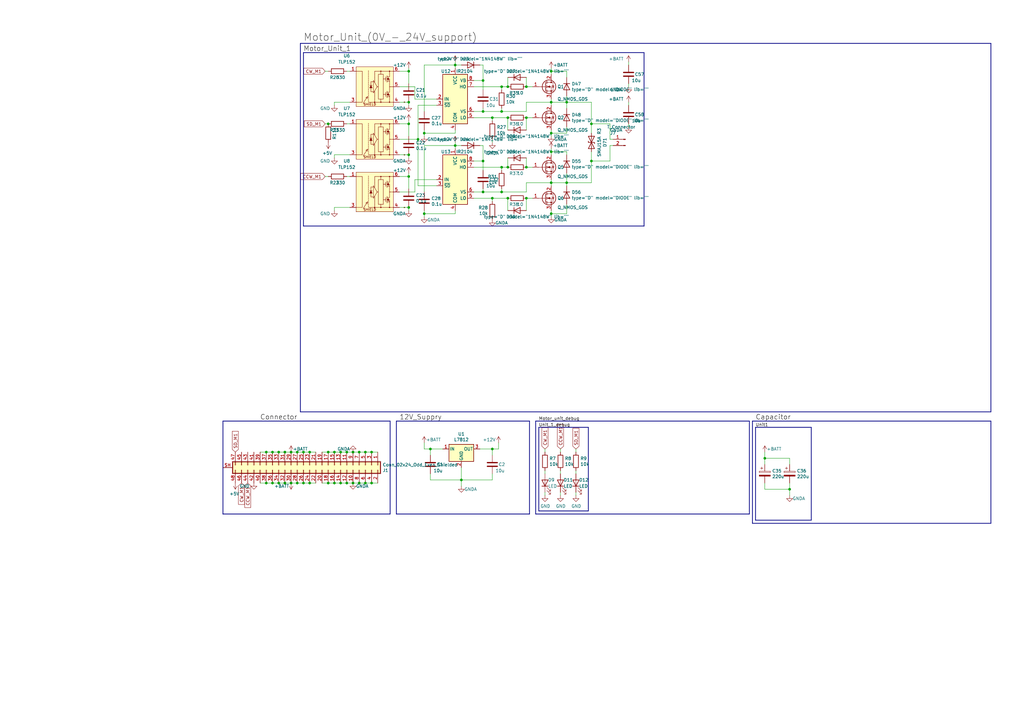
<source format=kicad_sch>
(kicad_sch (version 20211123) (generator eeschema)
  (paper "A3")
  (lib_symbols
    (symbol "Connector:Conn_01x02_Male" (pin_names (offset 1.016) hide)
      (property "Reference" "J" (at 0 2.54 0))
      (property "Value" "Conn_01x02_Male" (at 0 -5.08 0))
      (symbol "Conn_01x02_Male_1_1"
        (pin passive line (at 5.08 0 180) (length 3.81) (name "Pin_1") (number "1"))
        (pin passive line (at 5.08 -2.54 180) (length 3.81) (name "Pin_2") (number "2"))
      )
    )
    (symbol "Connector_Generic_Shielded:Conn_02x24_Odd_Even_Shielded" (pin_names (offset 1.016) hide)
      (property "Reference" "J" (at 1.524 30.226 0))
      (property "Value" "Conn_02x24_Odd_Even_Shielded" (at 2.286 -32.766 0))
      (symbol "Conn_02x24_Odd_Even_Shielded_1_1"
        (pin passive line (at -5.08 27.94 0) (length 4.064) (name "Pin_1") (number "1"))
        (pin passive line (at 7.62 17.78 180) (length 4.064) (name "Pin_10") (number "10"))
        (pin passive line (at -5.08 15.24 0) (length 4.064) (name "Pin_11") (number "11"))
        (pin passive line (at 7.62 15.24 180) (length 4.064) (name "Pin_12") (number "12"))
        (pin passive line (at -5.08 12.7 0) (length 4.064) (name "Pin_13") (number "13"))
        (pin passive line (at 7.62 12.7 180) (length 4.064) (name "Pin_14") (number "14"))
        (pin passive line (at -5.08 10.16 0) (length 4.064) (name "Pin_15") (number "15"))
        (pin passive line (at 7.62 10.16 180) (length 4.064) (name "Pin_16") (number "16"))
        (pin passive line (at -5.08 7.62 0) (length 4.064) (name "Pin_17") (number "17"))
        (pin passive line (at 7.62 7.62 180) (length 4.064) (name "Pin_18") (number "18"))
        (pin passive line (at -5.08 5.08 0) (length 4.064) (name "Pin_19") (number "19"))
        (pin passive line (at 7.62 27.94 180) (length 4.064) (name "Pin_2") (number "2"))
        (pin passive line (at 7.62 5.08 180) (length 4.064) (name "Pin_20") (number "20"))
        (pin passive line (at -5.08 2.54 0) (length 4.064) (name "Pin_21") (number "21"))
        (pin passive line (at 7.62 2.54 180) (length 4.064) (name "Pin_22") (number "22"))
        (pin passive line (at -5.08 0 0) (length 4.064) (name "Pin_23") (number "23"))
        (pin passive line (at 7.62 0 180) (length 4.064) (name "Pin_24") (number "24"))
        (pin passive line (at -5.08 -2.54 0) (length 4.064) (name "Pin_25") (number "25"))
        (pin passive line (at 7.62 -2.54 180) (length 4.064) (name "Pin_26") (number "26"))
        (pin passive line (at -5.08 -5.08 0) (length 4.064) (name "Pin_27") (number "27"))
        (pin passive line (at 7.62 -5.08 180) (length 4.064) (name "Pin_28") (number "28"))
        (pin passive line (at -5.08 -7.62 0) (length 4.064) (name "Pin_29") (number "29"))
        (pin passive line (at -5.08 25.4 0) (length 4.064) (name "Pin_3") (number "3"))
        (pin passive line (at 7.62 -7.62 180) (length 4.064) (name "Pin_30") (number "30"))
        (pin passive line (at -5.08 -10.16 0) (length 4.064) (name "Pin_31") (number "31"))
        (pin passive line (at 7.62 -10.16 180) (length 4.064) (name "Pin_32") (number "32"))
        (pin passive line (at -5.08 -12.7 0) (length 4.064) (name "Pin_33") (number "33"))
        (pin passive line (at 7.62 -12.7 180) (length 4.064) (name "Pin_34") (number "34"))
        (pin passive line (at -5.08 -15.24 0) (length 4.064) (name "Pin_35") (number "35"))
        (pin passive line (at 7.62 -15.24 180) (length 4.064) (name "Pin_36") (number "36"))
        (pin passive line (at -5.08 -17.78 0) (length 4.064) (name "Pin_37") (number "37"))
        (pin passive line (at 7.62 -17.78 180) (length 4.064) (name "Pin_38") (number "38"))
        (pin passive line (at -5.08 -20.32 0) (length 4.064) (name "Pin_39") (number "39"))
        (pin passive line (at 7.62 25.4 180) (length 4.064) (name "Pin_4") (number "4"))
        (pin passive line (at 7.62 -20.32 180) (length 4.064) (name "Pin_40") (number "40"))
        (pin passive line (at -5.08 -22.86 0) (length 4.064) (name "Pin_41") (number "41"))
        (pin passive line (at 7.62 -22.86 180) (length 4.064) (name "Pin_42") (number "42"))
        (pin passive line (at -5.08 -25.4 0) (length 4.064) (name "Pin_43") (number "43"))
        (pin passive line (at 7.62 -25.4 180) (length 4.064) (name "Pin_44") (number "44"))
        (pin passive line (at -5.08 -27.94 0) (length 4.064) (name "Pin_45") (number "45"))
        (pin passive line (at 7.62 -27.94 180) (length 4.064) (name "Pin_46") (number "46"))
        (pin passive line (at -5.08 -30.48 0) (length 4.064) (name "Pin_47") (number "47"))
        (pin passive line (at 7.62 -30.48 180) (length 4.064) (name "Pin_48") (number "48"))
        (pin passive line (at -5.08 22.86 0) (length 4.064) (name "Pin_5") (number "5"))
        (pin passive line (at 7.62 22.86 180) (length 4.064) (name "Pin_6") (number "6"))
        (pin passive line (at -5.08 20.32 0) (length 4.064) (name "Pin_7") (number "7"))
        (pin passive line (at 7.62 20.32 180) (length 4.064) (name "Pin_8") (number "8"))
        (pin passive line (at -5.08 17.78 0) (length 4.064) (name "Pin_9") (number "9"))
        (pin passive line (at 1.27 -35.56 90) (length 3.81) (name "Shield") (number "SH"))
      )
    )
    (symbol "Device:C" (pin_numbers hide) (pin_names (offset 0.254))
      (property "Reference" "C" (at 0.635 2.54 0))
      (property "Value" "C" (at 0.635 -2.54 0))
      (symbol "C_1_1"
        (pin passive line (at 0 3.81 270) (length 2.794) (name "~") (number "1"))
        (pin passive line (at 0 -3.81 90) (length 2.794) (name "~") (number "2"))
      )
    )
    (symbol "Device:D_TVS" (pin_numbers hide) (pin_names (offset 1.016) hide)
      (property "Reference" "D" (at 0 2.54 0))
      (property "Value" "D_TVS" (at 0 -2.54 0))
      (symbol "D_TVS_1_1"
        (pin passive line (at -3.81 0 0) (length 2.54) (name "A1") (number "1"))
        (pin passive line (at 3.81 0 180) (length 2.54) (name "A2") (number "2"))
      )
    )
    (symbol "Device:LED" (pin_numbers hide) (pin_names (offset 1.016) hide)
      (property "Reference" "D" (at 0 2.54 0))
      (property "Value" "LED" (at 0 -2.54 0))
      (symbol "LED_1_1"
        (pin passive line (at -3.81 0 0) (length 2.54) (name "K") (number "1"))
        (pin passive line (at 3.81 0 180) (length 2.54) (name "A") (number "2"))
      )
    )
    (symbol "Device:Q_NMOS_GDS" (pin_names (offset 0) hide)
      (property "Reference" "Q" (at 5.08 1.27 0))
      (property "Value" "Q_NMOS_GDS" (at 5.08 -1.27 0))
      (symbol "Q_NMOS_GDS_1_1"
        (pin input line (at -5.08 0 0) (length 2.54) (name "G") (number "1"))
        (pin passive line (at 2.54 5.08 270) (length 2.54) (name "D") (number "2"))
        (pin passive line (at 2.54 -5.08 90) (length 2.54) (name "S") (number "3"))
      )
    )
    (symbol "Device:R" (pin_numbers hide) (pin_names (offset 0))
      (property "Reference" "R" (at 2.032 0 90))
      (property "Value" "R" (at 0 0 90))
      (symbol "R_1_1"
        (pin passive line (at 0 3.81 270) (length 1.27) (name "~") (number "1"))
        (pin passive line (at 0 -3.81 90) (length 1.27) (name "~") (number "2"))
      )
    )
    (symbol "Driver_FET:IR2104"
      (property "Reference" "U" (at 1.27 13.335 0))
      (property "Value" "IR2104" (at 1.27 11.43 0))
      (symbol "IR2104_1_1"
        (pin power_in line (at 0 12.7 270) (length 2.54) (name "VCC") (number "1"))
        (pin input line (at -7.62 0 0) (length 2.54) (name "IN") (number "2"))
        (pin input line (at -7.62 -2.54 0) (length 2.54) (name "~{SD}") (number "3"))
        (pin power_in line (at 0 -12.7 90) (length 2.54) (name "COM") (number "4"))
        (pin output line (at 7.62 -7.62 180) (length 2.54) (name "LO") (number "5"))
        (pin passive line (at 7.62 -5.08 180) (length 2.54) (name "VS") (number "6"))
        (pin output line (at 7.62 5.08 180) (length 2.54) (name "HO") (number "7"))
        (pin passive line (at 7.62 7.62 180) (length 2.54) (name "VB") (number "8"))
      )
    )
    (symbol "MotorDriver-base-unit-rescue:CP-Device" (pin_numbers hide) (pin_names (offset 0.254))
      (property "Reference" "C" (at 0.635 2.54 0))
      (property "Value" "CP-Device" (at 0.635 -2.54 0))
      (symbol "CP-Device_1_1"
        (pin passive line (at 0 3.81 270) (length 2.794) (name "~") (number "1"))
        (pin passive line (at 0 -3.81 90) (length 2.794) (name "~") (number "2"))
      )
    )
    (symbol "MotorDriver-base-unit-rescue:TLP152-Isolator-MotorDriver-base-unit-rescue-MotorDriver-base-unit-rescue-MotorDriver-base-unit-rescue-MotorDriver-base-unit-rescue-MotorDriver-base-unit-rescue-MotorDriver-base-unit-rescue-MotorDriver-base-unit-rescue-MotorDriver-base-unit-rescue-MotorDriver-base-unit-rescue-MotorDriver-base-unit-rescue" (pin_names (offset 1.016))
      (property "Reference" "U" (at 0 11.43 0))
      (property "Value" "TLP152-Isolator-MotorDriver-base-unit-rescue-MotorDriver-base-unit-rescue-MotorDriver-base-unit-rescue-MotorDriver-base-unit-rescue-MotorDriver-base-unit-rescue-MotorDriver-base-unit-rescue-MotorDriver-base-unit-rescue-MotorDriver-base-unit-rescue-MotorDriver-base-unit-rescue-MotorDriver-base-unit-rescue" (at 0 -10.16 0))
      (symbol "TLP152-Isolator-MotorDriver-base-unit-rescue-MotorDriver-base-unit-rescue-MotorDriver-base-unit-rescue-MotorDriver-base-unit-rescue-MotorDriver-base-unit-rescue-MotorDriver-base-unit-rescue-MotorDriver-base-unit-rescue-MotorDriver-base-unit-rescue-MotorDriver-base-unit-rescue-MotorDriver-base-unit-rescue_0_0"
        (text "SHIELD" (at -2.032 -7.239 0) (effects (font (size 0.9906 0.9906))))
      )
      (symbol "TLP152-Isolator-MotorDriver-base-unit-rescue-MotorDriver-base-unit-rescue-MotorDriver-base-unit-rescue-MotorDriver-base-unit-rescue-MotorDriver-base-unit-rescue-MotorDriver-base-unit-rescue-MotorDriver-base-unit-rescue-MotorDriver-base-unit-rescue-MotorDriver-base-unit-rescue-MotorDriver-base-unit-rescue_1_1"
        (pin input line (at -10.16 6.35 0) (length 2.54) (name "~") (number "1"))
        (pin input line (at -10.16 -6.35 0) (length 2.54) (name "~") (number "3"))
        (pin input line (at 10.16 -6.35 180) (length 2.54) (name "~") (number "4"))
        (pin input line (at 10.16 0 180) (length 2.54) (name "~") (number "5"))
        (pin input line (at 10.16 6.35 180) (length 2.54) (name "~") (number "6"))
      )
    )
    (symbol "Regulator_Linear:L7812" (pin_names (offset 0.254))
      (property "Reference" "U" (at -3.81 3.175 0))
      (property "Value" "L7812" (at 0 3.175 0))
      (symbol "L7812_1_1"
        (pin power_in line (at -7.62 0 0) (length 2.54) (name "IN") (number "1"))
        (pin power_in line (at 0 -7.62 90) (length 2.54) (name "GND") (number "2"))
        (pin power_out line (at 7.62 0 180) (length 2.54) (name "OUT") (number "3"))
      )
    )
    (symbol "Simulation_SPICE:DIODE" (pin_numbers hide) (pin_names (offset 1.016) hide)
      (property "Reference" "D" (at 0 2.54 0))
      (property "Value" "DIODE" (at 0 -2.54 0))
      (symbol "DIODE_1_1"
        (pin passive line (at -3.81 0 0) (length 2.54) (name "A") (number "1"))
        (pin passive line (at 3.81 0 180) (length 2.54) (name "K") (number "2"))
      )
    )
    (symbol "power:+12V" (power) (pin_names (offset 0))
      (property "Value" "+12V" (at 0 3.556 0))
      (symbol "+12V_1_1"
        (pin power_in line (at 0 0 90) (length 0) hide (name "+12V") (number "1"))
      )
    )
    (symbol "power:+5V" (power) (pin_names (offset 0))
      (property "Value" "+5V" (at 0 3.556 0))
      (symbol "+5V_1_1"
        (pin power_in line (at 0 0 90) (length 0) hide (name "+5V") (number "1"))
      )
    )
    (symbol "power:+BATT" (power) (pin_names (offset 0))
      (property "Value" "+BATT" (at 0 3.556 0))
      (symbol "+BATT_1_1"
        (pin power_in line (at 0 0 90) (length 0) hide (name "+BATT") (number "1"))
      )
    )
    (symbol "power:GND" (power) (pin_names (offset 0))
      (property "Value" "GND" (at 0 -3.81 0))
      (symbol "GND_1_1"
        (pin power_in line (at 0 0 270) (length 0) hide (name "GND") (number "1"))
      )
    )
    (symbol "power:GNDA" (power) (pin_names (offset 0))
      (property "Value" "GNDA" (at 0 -3.81 0))
      (symbol "GNDA_1_1"
        (pin power_in line (at 0 0 270) (length 0) hide (name "GNDA") (number "1"))
      )
    )
  )
  (junction (at 116.84 185.42))
  (junction (at 134.62 198.12))
  (junction (at 242.57 50.8))
  (junction (at 205.74 78.74))
  (junction (at 124.46 185.42))
  (junction (at 142.24 185.42))
  (junction (at 152.4 185.42))
  (junction (at 215.9 81.28))
  (junction (at 215.9 35.56))
  (junction (at 208.28 68.58))
  (junction (at 139.7 185.42))
  (junction (at 149.86 198.12))
  (junction (at 186.69 26.67))
  (junction (at 201.93 81.28))
  (junction (at 142.24 198.12))
  (junction (at 186.69 59.69))
  (junction (at 109.22 198.12))
  (junction (at 198.12 78.74))
  (junction (at 121.92 185.42))
  (junction (at 215.9 68.58))
  (junction (at 313.69 187.96))
  (junction (at 226.06 62.23))
  (junction (at 232.41 74.93))
  (junction (at 232.41 41.91))
  (junction (at 226.06 41.91))
  (junction (at 205.74 45.72))
  (junction (at 215.9 48.26))
  (junction (at 147.32 198.12))
  (junction (at 201.93 184.15))
  (junction (at 198.12 66.04))
  (junction (at 116.84 198.12))
  (junction (at 208.28 35.56))
  (junction (at 137.16 185.42))
  (junction (at 173.99 54.61))
  (junction (at 149.86 185.42))
  (junction (at 198.12 45.72))
  (junction (at 226.06 54.61))
  (junction (at 167.64 41.91))
  (junction (at 189.23 196.85))
  (junction (at 134.62 50.8))
  (junction (at 114.3 185.42))
  (junction (at 167.64 85.09))
  (junction (at 124.46 198.12))
  (junction (at 167.64 50.8))
  (junction (at 208.28 81.28))
  (junction (at 121.92 198.12))
  (junction (at 119.38 198.12))
  (junction (at 323.85 200.66))
  (junction (at 226.06 87.63))
  (junction (at 226.06 74.93))
  (junction (at 205.74 68.58))
  (junction (at 201.93 48.26))
  (junction (at 171.45 57.15))
  (junction (at 111.76 198.12))
  (junction (at 208.28 48.26))
  (junction (at 127 198.12))
  (junction (at 167.64 72.39))
  (junction (at 134.62 185.42))
  (junction (at 173.99 87.63))
  (junction (at 226.06 29.21))
  (junction (at 114.3 198.12))
  (junction (at 144.78 185.42))
  (junction (at 139.7 198.12))
  (junction (at 137.16 198.12))
  (junction (at 127 185.42))
  (junction (at 144.78 198.12))
  (junction (at 205.74 35.56))
  (junction (at 119.38 185.42))
  (junction (at 167.64 63.5))
  (junction (at 198.12 33.02))
  (junction (at 109.22 185.42))
  (junction (at 147.32 185.42))
  (junction (at 167.64 29.21))
  (junction (at 152.4 198.12))
  (junction (at 176.53 184.15))
  (junction (at 242.57 66.04))
  (junction (at 111.76 185.42))
  (wire (pts (xy 167.64 77.47) (xy 167.64 72.39)))
  (wire (pts (xy 167.64 85.09) (xy 163.83 85.09)))
  (wire (pts (xy 257.81 50.8) (xy 257.81 52.07)))
  (wire (pts (xy 173.99 88.9) (xy 173.99 87.63)))
  (wire (pts (xy 173.99 26.67) (xy 186.69 26.67)))
  (wire (pts (xy 167.64 55.88) (xy 167.64 50.8)))
  (wire (pts (xy 198.12 78.74) (xy 205.74 78.74)))
  (wire (pts (xy 179.07 43.18) (xy 171.45 43.18)))
  (wire (pts (xy 173.99 87.63) (xy 186.69 87.63)))
  (wire (pts (xy 215.9 74.93) (xy 226.06 74.93)))
  (bus (pts (xy 307.34 210.82) (xy 307.34 172.72)))
  (wire (pts (xy 201.93 196.85) (xy 201.93 194.31)))
  (wire (pts (xy 205.74 36.83) (xy 205.74 35.56)))
  (wire (pts (xy 194.31 78.74) (xy 198.12 78.74)))
  (wire (pts (xy 143.51 41.91) (xy 137.16 41.91)))
  (wire (pts (xy 173.99 86.36) (xy 173.99 87.63)))
  (wire (pts (xy 196.85 26.67) (xy 198.12 26.67)))
  (wire (pts (xy 201.93 48.26) (xy 208.28 48.26)))
  (bus (pts (xy 307.34 172.72) (xy 219.71 172.72)))
  (bus (pts (xy 241.3 175.26) (xy 220.98 175.26)))
  (bus (pts (xy 406.4 168.91) (xy 406.4 17.78)))
  (bus (pts (xy 123.19 17.78) (xy 123.19 168.91)))
  (wire (pts (xy 142.24 185.42) (xy 139.7 185.42)))
  (wire (pts (xy 232.41 29.21) (xy 232.41 31.75)))
  (wire (pts (xy 201.93 81.28) (xy 208.28 81.28)))
  (wire (pts (xy 205.74 77.47) (xy 205.74 78.74)))
  (wire (pts (xy 167.64 71.12) (xy 167.64 72.39)))
  (bus (pts (xy 308.61 214.63) (xy 406.4 214.63)))
  (wire (pts (xy 116.84 198.12) (xy 119.38 198.12)))
  (wire (pts (xy 186.69 26.67) (xy 189.23 26.67)))
  (wire (pts (xy 201.93 184.15) (xy 204.47 184.15)))
  (wire (pts (xy 226.06 62.23) (xy 232.41 62.23)))
  (wire (pts (xy 121.92 198.12) (xy 124.46 198.12)))
  (wire (pts (xy 201.93 184.15) (xy 201.93 186.69)))
  (wire (pts (xy 111.76 185.42) (xy 114.3 185.42)))
  (wire (pts (xy 232.41 83.82) (xy 232.41 87.63)))
  (wire (pts (xy 167.64 72.39) (xy 163.83 72.39)))
  (wire (pts (xy 223.52 184.15) (xy 223.52 185.42)))
  (wire (pts (xy 226.06 53.34) (xy 226.06 54.61)))
  (wire (pts (xy 242.57 50.8) (xy 242.57 54.61)))
  (wire (pts (xy 205.74 45.72) (xy 198.12 45.72)))
  (bus (pts (xy 264.16 21.59) (xy 264.16 92.71)))
  (wire (pts (xy 189.23 196.85) (xy 201.93 196.85)))
  (wire (pts (xy 198.12 69.85) (xy 198.12 66.04)))
  (bus (pts (xy 124.46 92.71) (xy 124.46 21.59)))
  (bus (pts (xy 162.56 172.72) (xy 162.56 210.82)))
  (wire (pts (xy 323.85 203.2) (xy 323.85 200.66)))
  (wire (pts (xy 208.28 64.77) (xy 208.28 68.58)))
  (wire (pts (xy 198.12 26.67) (xy 198.12 33.02)))
  (wire (pts (xy 232.41 41.91) (xy 242.57 41.91)))
  (wire (pts (xy 119.38 198.12) (xy 121.92 198.12)))
  (wire (pts (xy 226.06 54.61) (xy 232.41 54.61)))
  (wire (pts (xy 250.19 59.69) (xy 250.19 66.04)))
  (wire (pts (xy 176.53 196.85) (xy 189.23 196.85)))
  (wire (pts (xy 250.19 50.8) (xy 242.57 50.8)))
  (wire (pts (xy 163.83 57.15) (xy 171.45 57.15)))
  (wire (pts (xy 218.44 68.58) (xy 215.9 68.58)))
  (wire (pts (xy 226.06 55.88) (xy 226.06 54.61)))
  (wire (pts (xy 152.4 185.42) (xy 149.86 185.42)))
  (wire (pts (xy 194.31 81.28) (xy 201.93 81.28)))
  (wire (pts (xy 109.22 198.12) (xy 111.76 198.12)))
  (wire (pts (xy 189.23 196.85) (xy 189.23 199.39)))
  (wire (pts (xy 232.41 74.93) (xy 232.41 76.2)))
  (wire (pts (xy 152.4 198.12) (xy 154.94 198.12)))
  (wire (pts (xy 205.74 69.85) (xy 205.74 68.58)))
  (bus (pts (xy 220.98 209.55) (xy 241.3 209.55)))
  (wire (pts (xy 226.06 74.93) (xy 232.41 74.93)))
  (wire (pts (xy 208.28 53.34) (xy 208.28 48.26)))
  (wire (pts (xy 143.51 85.09) (xy 137.16 85.09)))
  (wire (pts (xy 196.85 184.15) (xy 201.93 184.15)))
  (wire (pts (xy 114.3 198.12) (xy 116.84 198.12)))
  (bus (pts (xy 217.17 210.82) (xy 217.17 172.72)))
  (wire (pts (xy 133.35 72.39) (xy 134.62 72.39)))
  (wire (pts (xy 114.3 185.42) (xy 116.84 185.42)))
  (bus (pts (xy 332.74 213.36) (xy 332.74 175.26)))
  (wire (pts (xy 171.45 76.2) (xy 171.45 57.15)))
  (wire (pts (xy 186.69 58.42) (xy 186.69 59.69)))
  (wire (pts (xy 167.64 29.21) (xy 163.83 29.21)))
  (wire (pts (xy 170.18 40.64) (xy 179.07 40.64)))
  (wire (pts (xy 170.18 78.74) (xy 170.18 73.66)))
  (wire (pts (xy 167.64 64.77) (xy 167.64 63.5)))
  (wire (pts (xy 198.12 66.04) (xy 194.31 66.04)))
  (wire (pts (xy 215.9 64.77) (xy 215.9 68.58)))
  (wire (pts (xy 257.81 25.4) (xy 257.81 26.67)))
  (wire (pts (xy 208.28 86.36) (xy 208.28 81.28)))
  (wire (pts (xy 226.06 29.21) (xy 232.41 29.21)))
  (wire (pts (xy 226.06 30.48) (xy 226.06 29.21)))
  (wire (pts (xy 218.44 35.56) (xy 215.9 35.56)))
  (wire (pts (xy 236.22 193.04) (xy 236.22 194.31)))
  (wire (pts (xy 232.41 71.12) (xy 232.41 74.93)))
  (bus (pts (xy 91.44 172.72) (xy 91.44 210.82)))
  (wire (pts (xy 167.64 41.91) (xy 163.83 41.91)))
  (wire (pts (xy 323.85 187.96) (xy 313.69 187.96)))
  (bus (pts (xy 308.61 172.72) (xy 308.61 214.63)))
  (wire (pts (xy 232.41 41.91) (xy 232.41 44.45)))
  (wire (pts (xy 149.86 185.42) (xy 147.32 185.42)))
  (bus (pts (xy 241.3 209.55) (xy 241.3 175.26)))
  (wire (pts (xy 139.7 198.12) (xy 142.24 198.12)))
  (wire (pts (xy 323.85 200.66) (xy 313.69 200.66)))
  (wire (pts (xy 198.12 77.47) (xy 198.12 78.74)))
  (wire (pts (xy 201.93 49.53) (xy 201.93 48.26)))
  (wire (pts (xy 167.64 86.36) (xy 167.64 85.09)))
  (wire (pts (xy 250.19 66.04) (xy 242.57 66.04)))
  (wire (pts (xy 242.57 74.93) (xy 232.41 74.93)))
  (wire (pts (xy 215.9 53.34) (xy 215.9 48.26)))
  (wire (pts (xy 171.45 76.2) (xy 179.07 76.2)))
  (wire (pts (xy 232.41 62.23) (xy 232.41 63.5)))
  (wire (pts (xy 198.12 59.69) (xy 198.12 66.04)))
  (wire (pts (xy 142.24 72.39) (xy 143.51 72.39)))
  (wire (pts (xy 137.16 198.12) (xy 139.7 198.12)))
  (bus (pts (xy 124.46 21.59) (xy 264.16 21.59)))
  (wire (pts (xy 201.93 58.42) (xy 201.93 57.15)))
  (wire (pts (xy 226.06 74.93) (xy 226.06 76.2)))
  (wire (pts (xy 134.62 198.12) (xy 137.16 198.12)))
  (wire (pts (xy 205.74 45.72) (xy 215.9 45.72)))
  (wire (pts (xy 127 185.42) (xy 129.54 185.42)))
  (wire (pts (xy 236.22 184.15) (xy 236.22 185.42)))
  (wire (pts (xy 186.69 53.34) (xy 186.69 54.61)))
  (bus (pts (xy 309.88 175.26) (xy 309.88 213.36)))
  (wire (pts (xy 186.69 59.69) (xy 186.69 60.96)))
  (wire (pts (xy 242.57 66.04) (xy 242.57 74.93)))
  (wire (pts (xy 313.69 185.42) (xy 313.69 187.96)))
  (wire (pts (xy 242.57 62.23) (xy 242.57 66.04)))
  (wire (pts (xy 226.06 27.94) (xy 226.06 29.21)))
  (wire (pts (xy 223.52 203.2) (xy 223.52 201.93)))
  (wire (pts (xy 205.74 78.74) (xy 215.9 78.74)))
  (bus (pts (xy 406.4 172.72) (xy 308.61 172.72)))
  (wire (pts (xy 232.41 87.63) (xy 226.06 87.63)))
  (wire (pts (xy 124.46 198.12) (xy 127 198.12)))
  (wire (pts (xy 204.47 184.15) (xy 204.47 181.61)))
  (wire (pts (xy 226.06 60.96) (xy 226.06 62.23)))
  (wire (pts (xy 251.46 57.15) (xy 250.19 57.15)))
  (wire (pts (xy 119.38 185.42) (xy 121.92 185.42)))
  (wire (pts (xy 236.22 203.2) (xy 236.22 201.93)))
  (wire (pts (xy 226.06 63.5) (xy 226.06 62.23)))
  (wire (pts (xy 134.62 29.21) (xy 133.35 29.21)))
  (wire (pts (xy 167.64 27.94) (xy 167.64 29.21)))
  (wire (pts (xy 163.83 78.74) (xy 170.18 78.74)))
  (wire (pts (xy 142.24 198.12) (xy 144.78 198.12)))
  (wire (pts (xy 142.24 50.8) (xy 143.51 50.8)))
  (wire (pts (xy 215.9 41.91) (xy 226.06 41.91)))
  (wire (pts (xy 144.78 198.12) (xy 147.32 198.12)))
  (wire (pts (xy 250.19 57.15) (xy 250.19 50.8)))
  (wire (pts (xy 226.06 73.66) (xy 226.06 74.93)))
  (wire (pts (xy 142.24 29.21) (xy 143.51 29.21)))
  (wire (pts (xy 205.74 35.56) (xy 208.28 35.56)))
  (bus (pts (xy 162.56 210.82) (xy 217.17 210.82)))
  (wire (pts (xy 198.12 44.45) (xy 198.12 45.72)))
  (bus (pts (xy 160.02 210.82) (xy 160.02 172.72)))
  (wire (pts (xy 313.69 187.96) (xy 313.69 190.5)))
  (wire (pts (xy 257.81 41.91) (xy 257.81 43.18)))
  (wire (pts (xy 215.9 31.75) (xy 215.9 35.56)))
  (wire (pts (xy 226.06 41.91) (xy 226.06 43.18)))
  (wire (pts (xy 215.9 45.72) (xy 215.9 41.91)))
  (wire (pts (xy 215.9 78.74) (xy 215.9 74.93)))
  (bus (pts (xy 219.71 210.82) (xy 307.34 210.82)))
  (wire (pts (xy 242.57 41.91) (xy 242.57 50.8)))
  (wire (pts (xy 132.08 198.12) (xy 134.62 198.12)))
  (wire (pts (xy 137.16 85.09) (xy 137.16 86.36)))
  (bus (pts (xy 406.4 214.63) (xy 406.4 172.72)))
  (wire (pts (xy 134.62 185.42) (xy 132.08 185.42)))
  (wire (pts (xy 170.18 35.56) (xy 170.18 40.64)))
  (bus (pts (xy 91.44 172.72) (xy 160.02 172.72)))
  (wire (pts (xy 215.9 81.28) (xy 218.44 81.28)))
  (wire (pts (xy 176.53 184.15) (xy 173.99 184.15)))
  (wire (pts (xy 198.12 45.72) (xy 194.31 45.72)))
  (wire (pts (xy 229.87 193.04) (xy 229.87 194.31)))
  (wire (pts (xy 143.51 63.5) (xy 137.16 63.5)))
  (wire (pts (xy 186.69 25.4) (xy 186.69 26.67)))
  (wire (pts (xy 167.64 34.29) (xy 167.64 29.21)))
  (wire (pts (xy 137.16 185.42) (xy 134.62 185.42)))
  (wire (pts (xy 323.85 198.12) (xy 323.85 200.66)))
  (wire (pts (xy 111.76 198.12) (xy 114.3 198.12)))
  (wire (pts (xy 313.69 200.66) (xy 313.69 198.12)))
  (bus (pts (xy 91.44 210.82) (xy 160.02 210.82)))
  (wire (pts (xy 173.99 45.72) (xy 173.99 26.67)))
  (bus (pts (xy 219.71 172.72) (xy 219.71 210.82)))
  (wire (pts (xy 173.99 59.69) (xy 173.99 78.74)))
  (wire (pts (xy 167.64 63.5) (xy 163.83 63.5)))
  (wire (pts (xy 106.68 185.42) (xy 109.22 185.42)))
  (wire (pts (xy 232.41 54.61) (xy 232.41 52.07)))
  (wire (pts (xy 173.99 184.15) (xy 173.99 181.61)))
  (wire (pts (xy 186.69 59.69) (xy 173.99 59.69)))
  (wire (pts (xy 142.24 185.42) (xy 144.78 185.42)))
  (wire (pts (xy 137.16 41.91) (xy 137.16 43.18)))
  (wire (pts (xy 189.23 191.77) (xy 189.23 196.85)))
  (wire (pts (xy 149.86 198.12) (xy 152.4 198.12)))
  (wire (pts (xy 170.18 73.66) (xy 179.07 73.66)))
  (wire (pts (xy 186.69 54.61) (xy 173.99 54.61)))
  (wire (pts (xy 194.31 48.26) (xy 201.93 48.26)))
  (wire (pts (xy 226.06 88.9) (xy 226.06 87.63)))
  (wire (pts (xy 167.64 50.8) (xy 163.83 50.8)))
  (wire (pts (xy 171.45 43.18) (xy 171.45 57.15)))
  (bus (pts (xy 123.19 17.78) (xy 406.4 17.78)))
  (wire (pts (xy 215.9 86.36) (xy 215.9 81.28)))
  (wire (pts (xy 226.06 40.64) (xy 226.06 41.91)))
  (wire (pts (xy 137.16 63.5) (xy 137.16 64.77)))
  (wire (pts (xy 323.85 190.5) (xy 323.85 187.96)))
  (wire (pts (xy 229.87 203.2) (xy 229.87 201.93)))
  (wire (pts (xy 176.53 194.31) (xy 176.53 196.85)))
  (wire (pts (xy 106.68 198.12) (xy 109.22 198.12)))
  (wire (pts (xy 127 198.12) (xy 129.54 198.12)))
  (wire (pts (xy 147.32 198.12) (xy 149.86 198.12)))
  (wire (pts (xy 229.87 184.15) (xy 229.87 185.42)))
  (wire (pts (xy 173.99 55.88) (xy 173.99 54.61)))
  (wire (pts (xy 194.31 68.58) (xy 205.74 68.58)))
  (wire (pts (xy 121.92 185.42) (xy 124.46 185.42)))
  (wire (pts (xy 116.84 185.42) (xy 119.38 185.42)))
  (wire (pts (xy 194.31 35.56) (xy 205.74 35.56)))
  (bus (pts (xy 309.88 213.36) (xy 332.74 213.36)))
  (wire (pts (xy 251.46 59.69) (xy 250.19 59.69)))
  (wire (pts (xy 133.35 50.8) (xy 134.62 50.8)))
  (wire (pts (xy 186.69 87.63) (xy 186.69 86.36)))
  (wire (pts (xy 181.61 184.15) (xy 176.53 184.15)))
  (wire (pts (xy 257.81 34.29) (xy 257.81 35.56)))
  (wire (pts (xy 198.12 59.69) (xy 196.85 59.69)))
  (wire (pts (xy 189.23 59.69) (xy 186.69 59.69)))
  (wire (pts (xy 152.4 185.42) (xy 154.94 185.42)))
  (wire (pts (xy 186.69 26.67) (xy 186.69 27.94)))
  (wire (pts (xy 201.93 81.28) (xy 201.93 82.55)))
  (wire (pts (xy 163.83 35.56) (xy 170.18 35.56)))
  (wire (pts (xy 226.06 87.63) (xy 226.06 86.36)))
  (bus (pts (xy 123.19 168.91) (xy 406.4 168.91)))
  (bus (pts (xy 124.46 92.71) (xy 264.16 92.71)))
  (wire (pts (xy 208.28 35.56) (xy 208.28 31.75)))
  (bus (pts (xy 217.17 172.72) (xy 162.56 172.72)))
  (wire (pts (xy 198.12 36.83) (xy 198.12 33.02)))
  (bus (pts (xy 220.98 175.26) (xy 220.98 209.55)))
  (wire (pts (xy 198.12 33.02) (xy 194.31 33.02)))
  (wire (pts (xy 124.46 185.42) (xy 127 185.42)))
  (wire (pts (xy 147.32 185.42) (xy 144.78 185.42)))
  (wire (pts (xy 205.74 68.58) (xy 208.28 68.58)))
  (wire (pts (xy 232.41 41.91) (xy 232.41 39.37)))
  (wire (pts (xy 173.99 54.61) (xy 173.99 53.34)))
  (wire (pts (xy 223.52 193.04) (xy 223.52 194.31)))
  (wire (pts (xy 226.06 41.91) (xy 232.41 41.91)))
  (wire (pts (xy 167.64 49.53) (xy 167.64 50.8)))
  (wire (pts (xy 176.53 184.15) (xy 176.53 186.69)))
  (wire (pts (xy 109.22 185.42) (xy 111.76 185.42)))
  (wire (pts (xy 205.74 44.45) (xy 205.74 45.72)))
  (bus (pts (xy 332.74 175.26) (xy 309.88 175.26)))
  (wire (pts (xy 139.7 185.42) (xy 137.16 185.42)))
  (wire (pts (xy 167.64 43.18) (xy 167.64 41.91)))
  (wire (pts (xy 215.9 48.26) (xy 218.44 48.26)))
  (label "Unit1" (at 309.88 175.26 0))
  (label "Unit_1_debug" (at 220.98 175.26 0))
  (label "12V_Suppry" (at 163.83 172.72 0) (effects (font (size 2.0066 2.0066))))
  (label "Capacitor" (at 309.88 172.72 0) (effects (font (size 2.0066 2.0066))))
  (label "Motor_Unit_(0V_-_24V_support)" (at 124.46 17.78 0) (effects (font (size 2.9972 2.9972))))
  (label "Motor_unit_debug" (at 220.98 172.72 0))
  (label "Connector" (at 106.68 172.72 0) (effects (font (size 2.0066 2.0066))))
  (label "Motor_Unit_1" (at 124.46 21.59 0) (effects (font (size 2.0066 2.0066))))
  (global_label "CW_M1" (shape input) (at 133.35 29.21 180) (property "Intersheet References" "${INTERSHEET_REFS}" (effects hide)))
  (global_label "CCW_M1" (shape input) (at 133.35 72.39 180) (property "Intersheet References" "${INTERSHEET_REFS}" (effects hide)))
  (global_label "CCW_M1" (shape input) (at 229.87 184.15 90) (property "Intersheet References" "${INTERSHEET_REFS}" (effects hide)))
  (global_label "SD_M1" (shape input) (at 236.22 184.15 90) (property "Intersheet References" "${INTERSHEET_REFS}" (effects hide)))
  (global_label "CCW_M1" (shape input) (at 101.6 198.12 270) (property "Intersheet References" "${INTERSHEET_REFS}" (effects hide)))
  (global_label "CW_M1" (shape input) (at 99.06 198.12 270) (property "Intersheet References" "${INTERSHEET_REFS}" (effects hide)))
  (global_label "SD_M1" (shape input) (at 96.52 185.42 90) (property "Intersheet References" "${INTERSHEET_REFS}" (effects hide)))
  (global_label "CW_M1" (shape input) (at 223.52 184.15 90) (property "Intersheet References" "${INTERSHEET_REFS}" (effects hide)))
  (global_label "SD_M1" (shape input) (at 133.35 50.8 180) (property "Intersheet References" "${INTERSHEET_REFS}" (effects hide)))
  (symbol (lib_id "MotorDriver-base-unit-rescue:TLP152-Isolator-MotorDriver-base-unit-rescue-MotorDriver-base-unit-rescue-MotorDriver-base-unit-rescue-MotorDriver-base-unit-rescue-MotorDriver-base-unit-rescue-MotorDriver-base-unit-rescue-MotorDriver-base-unit-rescue-MotorDriver-base-unit-rescue-MotorDriver-base-unit-rescue-MotorDriver-base-unit-rescue") (at 153.67 35.56 0) (unit 1)
    (property "Reference" "U6" (at 142.24 22.86 0))
    (property "Value" "TLP152" (at 142.24 25.4 0))
    (property "Footprint" "Package_SO:SO-6_4.4x3.6mm_P1.27mm" (effects hide))
  )
  (symbol (lib_id "Device:C") (at 173.99 49.53 0) (unit 1)
    (property "Reference" "C27" (at 176.911 48.3616 0) (effects (justify left)))
    (property "Value" "0.1u" (at 176.911 50.673 0) (effects (justify left)))
    (property "Footprint" "Capacitor_SMD:C_0603_1608Metric" (effects hide))
  )
  (symbol (lib_id "Device:C") (at 173.99 82.55 0) (unit 1)
    (property "Reference" "C28" (at 176.911 81.3816 0) (effects (justify left)))
    (property "Value" "0.1u" (at 176.911 83.693 0) (effects (justify left)))
    (property "Footprint" "Capacitor_SMD:C_0603_1608Metric" (effects hide))
  )
  (symbol (lib_id "Driver_FET:IR2104") (at 186.69 40.64 0) (unit 1)
    (property "Reference" "U12" (at 182.88 29.21 0))
    (property "Value" "IR2104" (at 190.5 29.21 0))
    (property "Footprint" "Package_SO:SOIC-8_3.9x4.9mm_P1.27mm" (effects hide))
    (property "Datasheet" "https://www.infineon.com/dgdl/ir2104.pdf?fileId=5546d462533600a4015355c7c1c31671" (effects hide))
  )
  (symbol (lib_id "power:+12V") (at 186.69 58.42 0) (unit 1)
    (property "Reference" "#PWR080" (effects hide))
    (property "Value" "+12V" (at 182.88 57.15 0))
  )
  (symbol (lib_id "power:+12V") (at 186.69 25.4 0) (unit 1)
    (property "Reference" "#PWR079" (effects hide))
    (property "Value" "+12V" (at 182.88 24.13 0))
  )
  (symbol (lib_id "power:GNDA") (at 173.99 55.88 0) (unit 1)
    (property "Reference" "#PWR075" (effects hide))
    (property "Value" "GNDA" (at 177.8 57.15 0))
  )
  (symbol (lib_id "power:GNDA") (at 173.99 88.9 0) (unit 1)
    (property "Reference" "#PWR076" (effects hide))
    (property "Value" "GNDA" (at 177.8 90.17 0))
  )
  (symbol (lib_id "Driver_FET:IR2104") (at 186.69 73.66 0) (unit 1)
    (property "Reference" "U13" (at 182.88 62.23 0))
    (property "Value" "IR2104" (at 190.5 62.23 0))
    (property "Footprint" "Package_SO:SOIC-8_3.9x4.9mm_P1.27mm" (effects hide))
    (property "Datasheet" "https://www.infineon.com/dgdl/ir2104.pdf?fileId=5546d462533600a4015355c7c1c31671" (effects hide))
  )
  (symbol (lib_id "Device:R") (at 212.09 35.56 270) (unit 1)
    (property "Reference" "R35" (at 210.82 38.1 90))
    (property "Value" "10" (at 213.36 38.1 90))
    (property "Footprint" "Resistor_SMD:R_0603_1608Metric" (effects hide))
  )
  (symbol (lib_id "Device:R") (at 212.09 48.26 270) (unit 1)
    (property "Reference" "R36" (at 210.82 50.8 90))
    (property "Value" "10" (at 213.36 50.8 90))
    (property "Footprint" "Resistor_SMD:R_0603_1608Metric" (effects hide))
  )
  (symbol (lib_id "Device:R") (at 212.09 68.58 270) (unit 1)
    (property "Reference" "R37" (at 210.82 71.12 90))
    (property "Value" "10" (at 213.36 71.12 90))
    (property "Footprint" "Resistor_SMD:R_0603_1608Metric" (effects hide))
  )
  (symbol (lib_id "Device:R") (at 212.09 81.28 270) (unit 1)
    (property "Reference" "R38" (at 210.82 83.82 90))
    (property "Value" "10" (at 213.36 83.82 90))
    (property "Footprint" "Resistor_SMD:R_0603_1608Metric" (effects hide))
  )
  (symbol (lib_id "Device:C") (at 198.12 40.64 0) (unit 1)
    (property "Reference" "C31" (at 200.66 40.64 0) (effects (justify left)))
    (property "Value" "10u" (at 199.39 43.18 0) (effects (justify left)))
    (property "Footprint" "Capacitor_SMD:C_0805_2012Metric" (effects hide))
  )
  (symbol (lib_id "Simulation_SPICE:DIODE") (at 212.09 31.75 180) (unit 1)
    (property "Reference" "D27" (at 209.55 29.21 0))
    (property "Value" "1N4148W" (at 215.9 29.21 0))
    (property "Footprint" "Diode_SMD:D_SOD-123F" (effects hide))
    (property "Spice_Netlist_Enabled" "Y" (effects hide))
    (property "Spice_Primitive" "D" (effects hide))
  )
  (symbol (lib_id "Simulation_SPICE:DIODE") (at 212.09 64.77 180) (unit 1)
    (property "Reference" "D29" (at 209.55 62.23 0))
    (property "Value" "1N4148W" (at 215.9 62.23 0))
    (property "Footprint" "Diode_SMD:D_SOD-123F" (effects hide))
    (property "Spice_Netlist_Enabled" "Y" (effects hide))
    (property "Spice_Primitive" "D" (effects hide))
  )
  (symbol (lib_id "Simulation_SPICE:DIODE") (at 212.09 53.34 180) (unit 1)
    (property "Reference" "D28" (at 209.55 55.88 0))
    (property "Value" "1N4148W" (at 215.9 55.88 0))
    (property "Footprint" "Diode_SMD:D_SOD-123F" (effects hide))
    (property "Spice_Netlist_Enabled" "Y" (effects hide))
    (property "Spice_Primitive" "D" (effects hide))
  )
  (symbol (lib_id "Simulation_SPICE:DIODE") (at 212.09 86.36 180) (unit 1)
    (property "Reference" "D30" (at 209.55 88.9 0))
    (property "Value" "1N4148W" (at 215.9 88.9 0))
    (property "Footprint" "Diode_SMD:D_SOD-123F" (effects hide))
    (property "Spice_Netlist_Enabled" "Y" (effects hide))
    (property "Spice_Primitive" "D" (effects hide))
  )
  (symbol (lib_id "Device:C") (at 198.12 73.66 0) (unit 1)
    (property "Reference" "C32" (at 200.66 73.66 0) (effects (justify left)))
    (property "Value" "10u" (at 199.39 76.2 0) (effects (justify left)))
    (property "Footprint" "Capacitor_SMD:C_0805_2012Metric" (effects hide))
  )
  (symbol (lib_id "Simulation_SPICE:DIODE") (at 193.04 26.67 0) (unit 1)
    (property "Reference" "D23" (at 190.5 24.13 0))
    (property "Value" "1N4148W" (at 196.85 24.13 0))
    (property "Footprint" "Diode_SMD:D_SOD-123F" (effects hide))
    (property "Spice_Netlist_Enabled" "Y" (effects hide))
    (property "Spice_Primitive" "D" (effects hide))
  )
  (symbol (lib_id "Simulation_SPICE:DIODE") (at 193.04 59.69 0) (unit 1)
    (property "Reference" "D24" (at 190.5 57.15 0))
    (property "Value" "1N4148W" (at 196.85 57.15 0))
    (property "Footprint" "Diode_SMD:D_SOD-123F" (effects hide))
    (property "Spice_Netlist_Enabled" "Y" (effects hide))
    (property "Spice_Primitive" "D" (effects hide))
  )
  (symbol (lib_id "Device:Q_NMOS_GDS") (at 223.52 35.56 0) (unit 1)
    (property "Reference" "Q1" (at 228.6 35.56 0) (effects (justify left)))
    (property "Value" "Q_NMOS_GDS" (at 228.6 40.64 0) (effects (justify left)))
    (property "Footprint" "Package_TO_SOT_SMD:TO-263-2" (effects hide))
  )
  (symbol (lib_id "MotorDriver-base-unit-rescue:TLP152-Isolator-MotorDriver-base-unit-rescue-MotorDriver-base-unit-rescue-MotorDriver-base-unit-rescue-MotorDriver-base-unit-rescue-MotorDriver-base-unit-rescue-MotorDriver-base-unit-rescue-MotorDriver-base-unit-rescue-MotorDriver-base-unit-rescue-MotorDriver-base-unit-rescue-MotorDriver-base-unit-rescue") (at 153.67 57.15 0) (unit 1)
    (property "Reference" "U7" (at 142.24 44.45 0))
    (property "Value" "TLP152" (at 142.24 46.99 0))
    (property "Footprint" "Package_SO:SO-6_4.4x3.6mm_P1.27mm" (effects hide))
  )
  (symbol (lib_id "Simulation_SPICE:DIODE") (at 232.41 35.56 90) (unit 1)
    (property "Reference" "D47" (at 234.442 34.3916 90) (effects (justify right)))
    (property "Value" "DIODE" (at 234.442 36.703 90) (effects (justify right)))
    (property "Footprint" "Diode_SMD:D_MELF_Handsoldering" (effects hide))
    (property "Spice_Netlist_Enabled" "Y" (effects hide))
    (property "Spice_Primitive" "D" (effects hide))
  )
  (symbol (lib_id "MotorDriver-base-unit-rescue:TLP152-Isolator-MotorDriver-base-unit-rescue-MotorDriver-base-unit-rescue-MotorDriver-base-unit-rescue-MotorDriver-base-unit-rescue-MotorDriver-base-unit-rescue-MotorDriver-base-unit-rescue-MotorDriver-base-unit-rescue-MotorDriver-base-unit-rescue-MotorDriver-base-unit-rescue-MotorDriver-base-unit-rescue") (at 153.67 78.74 0) (unit 1)
    (property "Reference" "U8" (at 142.24 66.04 0))
    (property "Value" "TLP152" (at 142.24 68.58 0))
    (property "Footprint" "Package_SO:SO-6_4.4x3.6mm_P1.27mm" (effects hide))
  )
  (symbol (lib_id "Device:C") (at 167.64 38.1 0) (unit 1)
    (property "Reference" "C21" (at 170.561 36.9316 0) (effects (justify left)))
    (property "Value" "0.1u" (at 170.561 39.243 0) (effects (justify left)))
    (property "Footprint" "Capacitor_SMD:C_0603_1608Metric" (effects hide))
  )
  (symbol (lib_id "Device:C") (at 167.64 59.69 0) (unit 1)
    (property "Reference" "C22" (at 170.561 58.5216 0) (effects (justify left)))
    (property "Value" "0.1u" (at 170.561 60.833 0) (effects (justify left)))
    (property "Footprint" "Capacitor_SMD:C_0603_1608Metric" (effects hide))
  )
  (symbol (lib_id "Device:C") (at 167.64 81.28 0) (unit 1)
    (property "Reference" "C23" (at 170.561 80.1116 0) (effects (justify left)))
    (property "Value" "0.1u" (at 170.561 82.423 0) (effects (justify left)))
    (property "Footprint" "Capacitor_SMD:C_0603_1608Metric" (effects hide))
  )
  (symbol (lib_id "Device:Q_NMOS_GDS") (at 223.52 48.26 0) (unit 1)
    (property "Reference" "Q2" (at 228.6 48.26 0) (effects (justify left)))
    (property "Value" "Q_NMOS_GDS" (at 228.6 53.34 0) (effects (justify left)))
    (property "Footprint" "Package_TO_SOT_SMD:TO-263-2" (effects hide))
  )
  (symbol (lib_id "Simulation_SPICE:DIODE") (at 232.41 48.26 90) (unit 1)
    (property "Reference" "D48" (at 234.442 47.0916 90) (effects (justify right)))
    (property "Value" "DIODE" (at 234.442 49.403 90) (effects (justify right)))
    (property "Footprint" "Diode_SMD:D_MELF_Handsoldering" (effects hide))
    (property "Spice_Netlist_Enabled" "Y" (effects hide))
    (property "Spice_Primitive" "D" (effects hide))
  )
  (symbol (lib_id "power:GNDA") (at 167.64 43.18 0) (unit 1)
    (property "Reference" "#PWR062" (effects hide))
    (property "Value" "GNDA" (at 163.83 44.45 0))
  )
  (symbol (lib_id "power:+12V") (at 167.64 27.94 0) (unit 1)
    (property "Reference" "#PWR061" (effects hide))
    (property "Value" "+12V" (at 163.83 26.67 0))
  )
  (symbol (lib_id "Device:R") (at 205.74 40.64 0) (unit 1)
    (property "Reference" "R30" (at 207.518 39.4716 0) (effects (justify left)))
    (property "Value" "10k" (at 207.518 41.783 0) (effects (justify left)))
    (property "Footprint" "Resistor_SMD:R_0603_1608Metric" (effects hide))
  )
  (symbol (lib_id "power:GNDA") (at 167.64 64.77 0) (unit 1)
    (property "Reference" "#PWR064" (effects hide))
    (property "Value" "GNDA" (at 163.83 66.04 0))
  )
  (symbol (lib_id "power:GNDA") (at 167.64 86.36 0) (unit 1)
    (property "Reference" "#PWR066" (effects hide))
    (property "Value" "GNDA" (at 163.83 87.63 0))
  )
  (symbol (lib_id "power:+12V") (at 167.64 49.53 0) (unit 1)
    (property "Reference" "#PWR063" (effects hide))
    (property "Value" "+12V" (at 163.83 48.26 0))
  )
  (symbol (lib_id "power:+12V") (at 167.64 71.12 0) (unit 1)
    (property "Reference" "#PWR065" (effects hide))
    (property "Value" "+12V" (at 163.83 69.85 0))
  )
  (symbol (lib_id "Device:R") (at 138.43 29.21 270) (unit 1)
    (property "Reference" "R20" (at 137.16 31.75 90))
    (property "Value" "330" (at 139.7 31.75 90))
    (property "Footprint" "Resistor_SMD:R_0603_1608Metric" (effects hide))
  )
  (symbol (lib_id "Device:R") (at 138.43 50.8 270) (unit 1)
    (property "Reference" "R21" (at 137.16 53.34 90))
    (property "Value" "330" (at 139.7 53.34 90))
    (property "Footprint" "Resistor_SMD:R_0603_1608Metric" (effects hide))
  )
  (symbol (lib_id "Device:R") (at 138.43 72.39 270) (unit 1)
    (property "Reference" "R22" (at 137.16 74.93 90))
    (property "Value" "330" (at 139.7 74.93 90))
    (property "Footprint" "Resistor_SMD:R_0603_1608Metric" (effects hide))
  )
  (symbol (lib_id "Device:R") (at 201.93 53.34 0) (unit 1)
    (property "Reference" "R27" (at 203.708 52.1716 0) (effects (justify left)))
    (property "Value" "10k" (at 203.708 54.483 0) (effects (justify left)))
    (property "Footprint" "Resistor_SMD:R_0603_1608Metric" (effects hide))
  )
  (symbol (lib_id "MotorDriver-base-unit-rescue:CP-Device") (at 313.69 194.31 0) (unit 1)
    (property "Reference" "C35" (at 316.6872 193.1416 0) (effects (justify left)))
    (property "Value" "220u" (at 316.6872 195.453 0) (effects (justify left)))
    (property "Footprint" "Capacitor_SMD:CP_Elec_10x10" (effects hide))
  )
  (symbol (lib_id "power:GND") (at 137.16 43.18 0) (unit 1)
    (property "Reference" "#PWR053" (effects hide))
    (property "Value" "GND" (at 133.35 44.45 0))
  )
  (symbol (lib_id "power:GND") (at 137.16 64.77 0) (unit 1)
    (property "Reference" "#PWR054" (effects hide))
    (property "Value" "GND" (at 133.35 66.04 0))
  )
  (symbol (lib_id "power:GND") (at 137.16 86.36 0) (unit 1)
    (property "Reference" "#PWR055" (effects hide))
    (property "Value" "GND" (at 133.35 87.63 0))
  )
  (symbol (lib_id "Device:Q_NMOS_GDS") (at 223.52 68.58 0) (unit 1)
    (property "Reference" "Q5" (at 228.6 68.58 0) (effects (justify left)))
    (property "Value" "Q_NMOS_GDS" (at 228.6 72.39 0) (effects (justify left)))
    (property "Footprint" "Package_TO_SOT_SMD:TO-263-2" (effects hide))
  )
  (symbol (lib_id "Simulation_SPICE:DIODE") (at 232.41 67.31 90) (unit 1)
    (property "Reference" "D55" (at 234.442 66.1416 90) (effects (justify right)))
    (property "Value" "DIODE" (at 234.442 68.453 90) (effects (justify right)))
    (property "Footprint" "Diode_SMD:D_MELF_Handsoldering" (effects hide))
    (property "Spice_Netlist_Enabled" "Y" (effects hide))
    (property "Spice_Primitive" "D" (effects hide))
  )
  (symbol (lib_id "Device:Q_NMOS_GDS") (at 223.52 81.28 0) (unit 1)
    (property "Reference" "Q6" (at 228.6 81.28 0) (effects (justify left)))
    (property "Value" "Q_NMOS_GDS" (at 228.6 85.09 0) (effects (justify left)))
    (property "Footprint" "Package_TO_SOT_SMD:TO-263-2" (effects hide))
  )
  (symbol (lib_id "Simulation_SPICE:DIODE") (at 232.41 80.01 90) (unit 1)
    (property "Reference" "D56" (at 234.442 78.8416 90) (effects (justify right)))
    (property "Value" "DIODE" (at 234.442 81.153 90) (effects (justify right)))
    (property "Footprint" "Diode_SMD:D_MELF_Handsoldering" (effects hide))
    (property "Spice_Netlist_Enabled" "Y" (effects hide))
    (property "Spice_Primitive" "D" (effects hide))
  )
  (symbol (lib_id "Device:R") (at 205.74 73.66 0) (mirror y) (unit 1)
    (property "Reference" "R31" (at 203.962 72.4916 0) (effects (justify left)))
    (property "Value" "10k" (at 203.962 74.803 0) (effects (justify left)))
    (property "Footprint" "Resistor_SMD:R_0603_1608Metric" (effects hide))
  )
  (symbol (lib_id "Device:R") (at 201.93 86.36 0) (mirror y) (unit 1)
    (property "Reference" "R28" (at 200.152 85.1916 0) (effects (justify left)))
    (property "Value" "10k" (at 200.152 87.503 0) (effects (justify left)))
    (property "Footprint" "Resistor_SMD:R_0603_1608Metric" (effects hide))
  )
  (symbol (lib_id "power:GND") (at 104.14 198.12 0) (unit 1)
    (property "Reference" "#PWR09" (effects hide))
    (property "Value" "GND" (at 100.33 199.39 0))
  )
  (symbol (lib_id "Regulator_Linear:L7812") (at 189.23 184.15 0) (unit 1)
    (property "Reference" "U1" (at 189.23 178.0032 0))
    (property "Value" "L7812" (at 189.23 180.3146 0))
    (property "Footprint" "Package_TO_SOT_SMD:TO-252-2" (effects hide))
    (property "Datasheet" "http://www.st.com/content/ccc/resource/technical/document/datasheet/41/4f/b3/b0/12/d4/47/88/CD00000444.pdf/files/CD00000444.pdf/jcr:content/translations/en.CD00000444.pdf" (effects hide))
  )
  (symbol (lib_id "Device:C") (at 176.53 190.5 0) (unit 1)
    (property "Reference" "C1" (at 179.07 190.5 0) (effects (justify left)))
    (property "Value" "10u" (at 177.8 193.04 0) (effects (justify left)))
    (property "Footprint" "Capacitor_SMD:C_1210_3225Metric" (effects hide))
  )
  (symbol (lib_id "Device:C") (at 201.93 190.5 0) (unit 1)
    (property "Reference" "C2" (at 204.47 190.5 0) (effects (justify left)))
    (property "Value" "10u" (at 203.2 193.04 0) (effects (justify left)))
    (property "Footprint" "Capacitor_SMD:C_0805_2012Metric" (effects hide))
  )
  (symbol (lib_id "power:+5V") (at 96.52 198.12 180) (unit 1)
    (property "Reference" "#PWR08" (effects hide))
    (property "Value" "+5V" (at 96.139 202.5142 0))
  )
  (symbol (lib_id "Device:R") (at 134.62 54.61 0) (unit 1)
    (property "Reference" "R1" (at 137.16 55.88 90))
    (property "Value" "1k" (at 137.16 53.34 90))
    (property "Footprint" "Resistor_SMD:R_0603_1608Metric" (effects hide))
  )
  (symbol (lib_id "power:+5V") (at 134.62 58.42 180) (unit 1)
    (property "Reference" "#PWR010" (effects hide))
    (property "Value" "+5V" (at 134.239 62.8142 0))
  )
  (symbol (lib_id "power:GNDA") (at 189.23 199.39 0) (unit 1)
    (property "Reference" "#PWR02" (effects hide))
    (property "Value" "GNDA" (at 193.04 200.66 0))
  )
  (symbol (lib_id "power:+BATT") (at 173.99 181.61 0) (unit 1)
    (property "Reference" "#PWR01" (effects hide))
    (property "Value" "+BATT" (at 177.8 180.34 0))
  )
  (symbol (lib_id "power:+12V") (at 204.47 181.61 0) (unit 1)
    (property "Reference" "#PWR03" (effects hide))
    (property "Value" "+12V" (at 200.66 180.34 0))
  )
  (symbol (lib_id "power:GNDA") (at 144.78 198.12 0) (unit 1)
    (property "Reference" "#PWR07" (effects hide))
    (property "Value" "GNDA" (at 148.59 199.39 0))
  )
  (symbol (lib_id "power:+BATT") (at 119.38 185.42 0) (unit 1)
    (property "Reference" "#PWR04" (effects hide))
    (property "Value" "+BATT" (at 123.19 184.15 0))
  )
  (symbol (lib_id "Device:R") (at 223.52 189.23 0) (unit 1)
    (property "Reference" "R7" (at 225.298 188.0616 0) (effects (justify left)))
    (property "Value" "10k" (at 225.298 190.373 0) (effects (justify left)))
    (property "Footprint" "Resistor_SMD:R_0603_1608Metric" (effects hide))
  )
  (symbol (lib_id "Device:LED") (at 223.52 198.12 90) (unit 1)
    (property "Reference" "D9" (at 224.79 196.85 90) (effects (justify right)))
    (property "Value" "LED" (at 224.79 199.39 90) (effects (justify right)))
    (property "Footprint" "LED_SMD:LED_0603_1608Metric" (effects hide))
  )
  (symbol (lib_id "power:GND") (at 223.52 203.2 0) (unit 1)
    (property "Reference" "#PWR024" (effects hide))
    (property "Value" "GND" (at 223.647 207.5942 0))
  )
  (symbol (lib_id "power:+BATT") (at 119.38 198.12 180) (unit 1)
    (property "Reference" "#PWR05" (effects hide))
    (property "Value" "+BATT" (at 115.57 199.39 0))
  )
  (symbol (lib_id "power:GNDA") (at 144.78 185.42 180) (unit 1)
    (property "Reference" "#PWR06" (effects hide))
    (property "Value" "GNDA" (at 140.97 184.15 0))
  )
  (symbol (lib_id "Connector_Generic_Shielded:Conn_02x24_Odd_Even_Shielded") (at 127 190.5 270) (unit 1)
    (property "Reference" "J1" (at 156.9212 192.9384 90) (effects (justify left)))
    (property "Value" "Conn_02x24_Odd_Even_Shielded" (at 156.9212 190.627 90) (effects (justify left)))
    (property "Footprint" "Connector_PinHeader_2.54mm:PinHeader_2x24_P2.54mm_Horizontal" (effects hide))
  )
  (symbol (lib_id "Connector:Conn_01x02_Male") (at 256.54 57.15 0) (mirror y) (unit 1)
    (property "Reference" "J7" (at 250.19 54.61 0) (effects (justify right)))
    (property "Value" "T_Connector" (at 248.92 52.07 0) (effects (justify right)))
    (property "Footprint" "RobotClub_footprint:T_connecter_female_horizontal" (effects hide))
  )
  (symbol (lib_id "Device:R") (at 229.87 189.23 0) (unit 1)
    (property "Reference" "R8" (at 231.648 188.0616 0) (effects (justify left)))
    (property "Value" "10k" (at 231.648 190.373 0) (effects (justify left)))
    (property "Footprint" "Resistor_SMD:R_0603_1608Metric" (effects hide))
  )
  (symbol (lib_id "Device:LED") (at 229.87 198.12 90) (unit 1)
    (property "Reference" "D11" (at 231.14 196.85 90) (effects (justify right)))
    (property "Value" "LED" (at 231.14 199.39 90) (effects (justify right)))
    (property "Footprint" "LED_SMD:LED_0603_1608Metric" (effects hide))
  )
  (symbol (lib_id "power:GND") (at 229.87 203.2 0) (unit 1)
    (property "Reference" "#PWR027" (effects hide))
    (property "Value" "GND" (at 229.997 207.5942 0))
  )
  (symbol (lib_id "Device:R") (at 236.22 189.23 0) (unit 1)
    (property "Reference" "R9" (at 237.998 188.0616 0) (effects (justify left)))
    (property "Value" "10k" (at 237.998 190.373 0) (effects (justify left)))
    (property "Footprint" "Resistor_SMD:R_0603_1608Metric" (effects hide))
  )
  (symbol (lib_id "Device:LED") (at 236.22 198.12 90) (unit 1)
    (property "Reference" "D12" (at 237.49 196.85 90) (effects (justify right)))
    (property "Value" "LED" (at 237.49 199.39 90) (effects (justify right)))
    (property "Footprint" "LED_SMD:LED_0603_1608Metric" (effects hide))
  )
  (symbol (lib_id "power:GND") (at 236.22 203.2 0) (unit 1)
    (property "Reference" "#PWR032" (effects hide))
    (property "Value" "GND" (at 236.347 207.5942 0))
  )
  (symbol (lib_id "power:GNDA") (at 226.06 55.88 0) (unit 1)
    (property "Reference" "#PWR0141" (effects hide))
    (property "Value" "GNDA" (at 229.87 57.15 0))
  )
  (symbol (lib_id "power:GNDA") (at 226.06 88.9 0) (unit 1)
    (property "Reference" "#PWR0142" (effects hide))
    (property "Value" "GNDA" (at 229.87 90.17 0))
  )
  (symbol (lib_id "power:+BATT") (at 226.06 27.94 0) (unit 1)
    (property "Reference" "#PWR0143" (effects hide))
    (property "Value" "+BATT" (at 229.87 26.67 0))
  )
  (symbol (lib_id "power:+BATT") (at 226.06 60.96 0) (unit 1)
    (property "Reference" "#PWR0144" (effects hide))
    (property "Value" "+BATT" (at 229.87 59.69 0))
  )
  (symbol (lib_id "MotorDriver-base-unit-rescue:CP-Device") (at 323.85 194.31 0) (unit 1)
    (property "Reference" "C36" (at 326.8472 193.1416 0) (effects (justify left)))
    (property "Value" "220u" (at 326.8472 195.453 0) (effects (justify left)))
    (property "Footprint" "Capacitor_SMD:CP_Elec_10x10" (effects hide))
  )
  (symbol (lib_id "power:GNDA") (at 201.93 58.42 0) (unit 1)
    (property "Reference" "#PWR087" (effects hide))
    (property "Value" "GNDA" (at 202.057 62.8142 0))
  )
  (symbol (lib_id "power:GNDA") (at 201.93 90.17 0) (unit 1)
    (property "Reference" "#PWR088" (effects hide))
    (property "Value" "GNDA" (at 205.74 91.44 0))
  )
  (symbol (lib_id "Device:C") (at 257.81 30.48 0) (unit 1)
    (property "Reference" "C57" (at 260.35 30.48 0) (effects (justify left)))
    (property "Value" "10u" (at 259.08 33.02 0) (effects (justify left)))
    (property "Footprint" "Capacitor_SMD:C_1210_3225Metric" (effects hide))
  )
  (symbol (lib_id "power:+BATT") (at 257.81 25.4 0) (unit 1)
    (property "Reference" "#PWR0133" (effects hide))
    (property "Value" "+BATT" (at 252.73 24.13 0))
  )
  (symbol (lib_id "power:GNDA") (at 257.81 35.56 0) (unit 1)
    (property "Reference" "#PWR0134" (effects hide))
    (property "Value" "GNDA" (at 252.73 36.83 0))
  )
  (symbol (lib_id "Device:C") (at 257.81 46.99 0) (unit 1)
    (property "Reference" "C58" (at 260.35 46.99 0) (effects (justify left)))
    (property "Value" "10u" (at 259.08 49.53 0) (effects (justify left)))
    (property "Footprint" "Capacitor_SMD:C_1210_3225Metric" (effects hide))
  )
  (symbol (lib_id "power:+BATT") (at 257.81 41.91 0) (unit 1)
    (property "Reference" "#PWR0135" (effects hide))
    (property "Value" "+BATT" (at 252.73 40.64 0))
  )
  (symbol (lib_id "power:GNDA") (at 257.81 52.07 0) (unit 1)
    (property "Reference" "#PWR0136" (effects hide))
    (property "Value" "GNDA" (at 252.73 53.34 0))
  )
  (symbol (lib_id "power:+BATT") (at 313.69 185.42 0) (unit 1)
    (property "Reference" "#PWR095" (effects hide))
    (property "Value" "+BATT" (at 317.5 184.15 0))
  )
  (symbol (lib_id "power:GNDA") (at 323.85 203.2 0) (unit 1)
    (property "Reference" "#PWR096" (effects hide))
    (property "Value" "GNDA" (at 327.66 204.47 0))
  )
  (symbol (lib_id "Device:D_TVS") (at 242.57 58.42 270) (unit 1)
    (property "Reference" "D71" (at 248.0818 58.42 0))
    (property "Value" "SMAJ15A R3" (at 245.7704 58.42 0))
    (property "Footprint" "Diode_SMD:D_SMA" (effects hide))
  )
)
</source>
